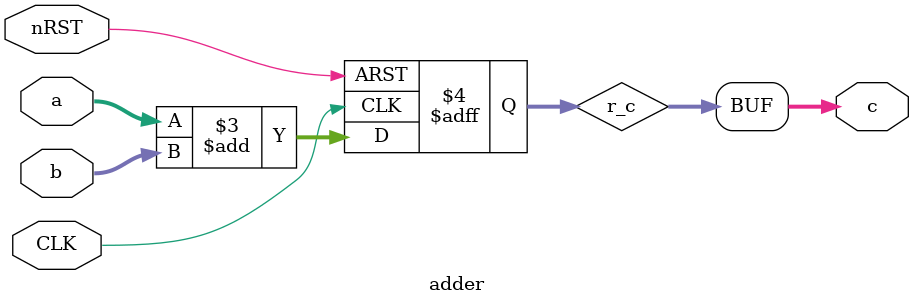
<source format=v>
`timescale 1ns / 1ps

module adder(
    input CLK, //클럭
    input nRST, //리셋 신호
    input [7:0] a,
    input [7:0] b,
    output [8:0] c
    );
    
    reg [8:0] r_c; //해당 레지스터에는 덧셈 결과를 저장

    // 버튼을 누르면 1에서 0이 됨 => negedge에서 작동 : active-low
    //주로 reset버튼이 active-low로 주로 동작함
    always @(posedge CLK, negedge nRST) begin
        //nRST가 기본적으로 1, 눌렀을 때 0이 됨
        if(!nRST) begin
            r_c <= 'd0;
        end
        else begin
            r_c <= a + b;
        end
    end

    assign c=r_c;
endmodule

</source>
